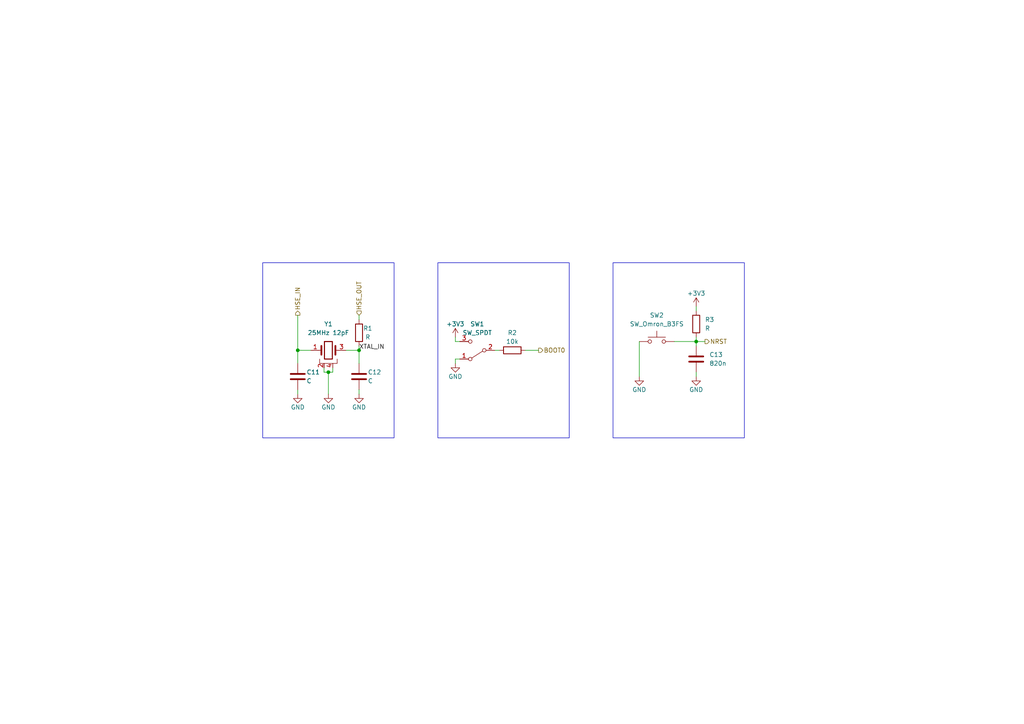
<source format=kicad_sch>
(kicad_sch (version 20230121) (generator eeschema)
  (paper "A4")
  (title_block (title "STM32-DevBoard") (date "2023-08-20") (rev "R0") (company "s-grundner"))
  (lib_symbols
    (symbol "Device:C" (pin_numbers hide) (pin_names (offset 0.254))
      (property "Reference" "C" (at 0.635 2.54 0))
      (property "Value" "C" (at 0.635 -2.54 0))
      (symbol "C_0_1"
        (polyline (pts (xy -2.032 -0.762) (xy 2.032 -0.762)) (stroke (width 0.508)))
        (polyline (pts (xy -2.032 0.762) (xy 2.032 0.762)) (stroke (width 0.508)))
      )
      (symbol "C_1_1"
        (pin passive line (at 0 3.81 270) (length 2.794) (name "~") (number "1"))
        (pin passive line (at 0 -3.81 90) (length 2.794) (name "~") (number "2"))
      )
    )
    (symbol "Device:Crystal_GND24" (pin_names (offset 1.016) hide)
      (property "Reference" "Y" (at 0 6.35 0))
      (property "Value" "Crystal_GND24" (at 0 3.81 0))
      (symbol "Crystal_GND24_0_1"
        (rectangle (start -1.143 2.54) (end 1.143 -2.54) (stroke (width 0.3048)))
        (polyline (pts (xy -2.54 0) (xy -2.032 0)))
        (polyline (pts (xy -2.032 -1.27) (xy -2.032 1.27)) (stroke (width 0.508)))
        (polyline (pts (xy 2.032 -1.27) (xy 2.032 1.27)) (stroke (width 0.508)))
        (polyline (pts (xy 2.032 0) (xy 2.54 0)))
        (polyline (pts (xy -2.54 -2.54) (xy -2.54 -3.81) (xy 2.54 -3.81) (xy 2.54 -2.54)))
      )
      (symbol "Crystal_GND24_1_1"
        (pin passive line (at -5.08 0 0) (length 2.54) (name "1") (number "1"))
        (pin passive line (at -1.27 -5.08 90) (length 1.27) (name "2") (number "2"))
        (pin passive line (at 5.08 0 180) (length 2.54) (name "3") (number "3"))
        (pin passive line (at 1.27 -5.08 90) (length 1.27) (name "4") (number "4"))
      )
    )
    (symbol "Device:R" (pin_numbers hide) (pin_names (offset 0))
      (property "Reference" "R" (at 2.032 0 90))
      (property "Value" "R" (at 0 0 90))
      (symbol "R_0_1"
        (rectangle (start -1.016 -2.54) (end 1.016 2.54) (stroke (width 0.254)))
      )
      (symbol "R_1_1"
        (pin passive line (at 0 3.81 270) (length 1.27) (name "~") (number "1"))
        (pin passive line (at 0 -3.81 90) (length 1.27) (name "~") (number "2"))
      )
    )
    (symbol "Switch:SW_Omron_B3FS" (pin_numbers hide) (pin_names (offset 1.016) hide)
      (property "Reference" "SW" (at 1.27 2.54 0))
      (property "Value" "SW_Omron_B3FS" (at 0 -1.524 0))
      (symbol "SW_Omron_B3FS_0_1"
        (circle (center -2.032 0) (radius 0.508))
        (polyline (pts (xy 0 1.27) (xy 0 3.048)))
        (polyline (pts (xy 2.54 1.27) (xy -2.54 1.27)))
        (circle (center 2.032 0) (radius 0.508))
        (pin passive line (at -5.08 0 0) (length 2.54) (name "1") (number "1"))
        (pin passive line (at 5.08 0 180) (length 2.54) (name "2") (number "2"))
      )
    )
    (symbol "Switch:SW_SPDT" (pin_names (offset 0) hide)
      (property "Reference" "SW" (at 0 4.318 0))
      (property "Value" "SW_SPDT" (at 0 -5.08 0))
      (symbol "SW_SPDT_0_0"
        (circle (center -2.032 0) (radius 0.508))
        (circle (center 2.032 -2.54) (radius 0.508))
      )
      (symbol "SW_SPDT_0_1"
        (polyline (pts (xy -1.524 0.254) (xy 1.651 2.286)))
        (circle (center 2.032 2.54) (radius 0.508))
      )
      (symbol "SW_SPDT_1_1"
        (pin passive line (at 5.08 2.54 180) (length 2.54) (name "A") (number "1"))
        (pin passive line (at -5.08 0 0) (length 2.54) (name "B") (number "2"))
        (pin passive line (at 5.08 -2.54 180) (length 2.54) (name "C") (number "3"))
      )
    )
    (symbol "power:+3V3" (power) (pin_names (offset 0))
      (property "Value" "+3V3" (at 0 3.556 0))
      (symbol "+3V3_0_1"
        (polyline (pts (xy -0.762 1.27) (xy 0 2.54)))
        (polyline (pts (xy 0 0) (xy 0 2.54)))
        (polyline (pts (xy 0 2.54) (xy 0.762 1.27)))
      )
      (symbol "+3V3_1_1"
        (pin power_in line (at 0 0 90) (length 0) hide (name "+3V3") (number "1"))
      )
    )
    (symbol "power:GND" (power) (pin_names (offset 0))
      (property "Value" "GND" (at 0 -3.81 0))
      (symbol "GND_0_1"
        (polyline (pts (xy 0 0) (xy 0 -1.27) (xy 1.27 -1.27) (xy 0 -2.54) (xy -1.27 -1.27) (xy 0 -1.27)))
      )
      (symbol "GND_1_1"
        (pin power_in line (at 0 0 270) (length 0) hide (name "GND") (number "1"))
      )
    )
  )
  (junction (at 201.93 99.06))
  (junction (at 86.36 101.6))
  (junction (at 95.25 107.95))
  (junction (at 104.14 101.6))
  (wire (pts (xy 100.33 101.6) (xy 104.14 101.6)))
  (wire (pts (xy 132.08 104.14) (xy 132.08 105.41)))
  (wire (pts (xy 95.25 107.95) (xy 96.52 107.95)))
  (wire (pts (xy 143.51 101.6) (xy 144.78 101.6)))
  (wire (pts (xy 185.42 99.06) (xy 185.42 109.22)))
  (wire (pts (xy 132.08 99.06) (xy 132.08 97.79)))
  (wire (pts (xy 201.93 97.79) (xy 201.93 99.06)))
  (wire (pts (xy 201.93 99.06) (xy 201.93 100.33)))
  (wire (pts (xy 93.98 107.95) (xy 95.25 107.95)))
  (wire (pts (xy 133.35 104.14) (xy 132.08 104.14)))
  (wire (pts (xy 133.35 99.06) (xy 132.08 99.06)))
  (wire (pts (xy 96.52 107.95) (xy 96.52 106.68)))
  (wire (pts (xy 195.58 99.06) (xy 201.93 99.06)))
  (wire (pts (xy 86.36 114.3) (xy 86.36 113.03)))
  (wire (pts (xy 93.98 106.68) (xy 93.98 107.95)))
  (wire (pts (xy 104.14 114.3) (xy 104.14 113.03)))
  (wire (pts (xy 86.36 91.44) (xy 86.36 101.6)))
  (wire (pts (xy 104.14 101.6) (xy 104.14 105.41)))
  (wire (pts (xy 104.14 91.44) (xy 104.14 92.71)))
  (wire (pts (xy 104.14 100.33) (xy 104.14 101.6)))
  (wire (pts (xy 95.25 107.95) (xy 95.25 114.3)))
  (wire (pts (xy 201.93 88.9) (xy 201.93 90.17)))
  (wire (pts (xy 86.36 101.6) (xy 90.17 101.6)))
  (wire (pts (xy 152.4 101.6) (xy 156.21 101.6)))
  (wire (pts (xy 201.93 99.06) (xy 204.47 99.06)))
  (wire (pts (xy 201.93 107.95) (xy 201.93 109.22)))
  (wire (pts (xy 86.36 101.6) (xy 86.36 105.41)))
  (rectangle (start 177.8 76.2) (end 215.9 127))
  (rectangle (start 76.2 76.2) (end 114.3 127))
  (rectangle (start 127 76.2) (end 165.1 127))
  (label "XTAL_IN" (at 104.14 101.6 0))
  (hierarchical_label "HSE_OUT" (shape input) (at 104.14 91.44 90))
  (hierarchical_label "HSE_IN" (shape output) (at 86.36 91.44 90))
  (hierarchical_label "BOOT0" (shape output) (at 156.21 101.6 0))
  (hierarchical_label "NRST" (shape output) (at 204.47 99.06 0))
  (symbol (lib_id "Device:R") (at 148.59 101.6 90) (unit 1)
    (property "Reference" "R2" (at 148.59 96.52 90))
    (property "Value" "10k" (at 148.59 99.06 90))
    (property "Footprint" "Resistor_SMD:R_0805_2012Metric_Pad1.20x1.40mm_HandSolder" (effects hide))
  )
  (symbol (lib_id "Switch:SW_SPDT") (at 138.43 101.6 180) (unit 1)
    (property "Reference" "SW1" (at 138.43 93.98 0))
    (property "Value" "SW_SPDT" (at 138.43 96.52 0))
    (property "Footprint" "Button_Switch_THT:SW_E-Switch_EG1271_SPDT" (effects hide))
  )
  (symbol (lib_id "power:GND") (at 201.93 109.22 0) (unit 1)
    (property "Reference" "#PWR014" (effects hide))
    (property "Value" "GND" (at 201.93 113.03 0))
  )
  (symbol (lib_id "Device:R") (at 201.93 93.98 0) (unit 1)
    (property "Reference" "R3" (at 204.47 92.71 0) (effects (justify left)))
    (property "Value" "R" (at 204.47 95.25 0) (effects (justify left)))
    (property "Footprint" "Resistor_SMD:R_0805_2012Metric_Pad1.20x1.40mm_HandSolder" (effects hide))
  )
  (symbol (lib_id "power:GND") (at 86.36 114.3 0) (unit 1)
    (property "Reference" "#PWR08" (effects hide))
    (property "Value" "GND" (at 86.36 118.11 0))
  )
  (symbol (lib_id "power:+3V3") (at 132.08 97.79 0) (unit 1)
    (property "Reference" "#PWR011" (effects hide))
    (property "Value" "+3V3" (at 132.08 93.98 0))
  )
  (symbol (lib_id "Device:C") (at 86.36 109.22 0) (unit 1)
    (property "Reference" "C11" (at 88.9 107.95 0) (effects (justify left)))
    (property "Value" "C" (at 88.9 110.49 0) (effects (justify left)))
    (property "Footprint" "Capacitor_SMD:C_0805_2012Metric_Pad1.18x1.45mm_HandSolder" (effects hide))
  )
  (symbol (lib_id "Switch:SW_Omron_B3FS") (at 190.5 99.06 0) (unit 1)
    (property "Reference" "SW2" (at 190.5 91.44 0))
    (property "Value" "SW_Omron_B3FS" (at 190.5 93.98 0))
    (property "Footprint" "Button_Switch_THT:SW_PUSH_6mm" (effects hide))
    (property "Datasheet" "https://omronfs.omron.com/en_US/ecb/products/pdf/en-b3fs.pdf" (effects hide))
  )
  (symbol (lib_id "Device:C") (at 201.93 104.14 0) (unit 1)
    (property "Reference" "C13" (at 205.74 102.87 0) (effects (justify left)))
    (property "Value" "820n" (at 205.74 105.41 0) (effects (justify left)))
    (property "Footprint" "Capacitor_SMD:C_0805_2012Metric_Pad1.18x1.45mm_HandSolder" (effects hide))
  )
  (symbol (lib_id "Device:R") (at 104.14 96.52 180) (unit 1)
    (property "Reference" "R1" (at 106.68 95.25 0))
    (property "Value" "R" (at 106.68 97.79 0))
    (property "Footprint" "Resistor_SMD:R_0805_2012Metric_Pad1.20x1.40mm_HandSolder" (effects hide))
  )
  (symbol (lib_id "power:GND") (at 104.14 114.3 0) (unit 1)
    (property "Reference" "#PWR010" (effects hide))
    (property "Value" "GND" (at 104.14 118.11 0))
  )
  (symbol (lib_id "Device:Crystal_GND24") (at 95.25 101.6 0) (unit 1)
    (property "Reference" "Y1" (at 95.25 93.98 0))
    (property "Value" "25MHz 12pF" (at 95.25 96.52 0))
    (property "Footprint" "Crystal:Crystal_SMD_3225-4Pin_3.2x2.5mm" (effects hide))
    (property "Datasheet" "https://datasheet.lcsc.com/lcsc/2304140030_Yangxing-Tech-X322525MOB4SI_C9006.pdf" (effects hide))
    (property "LCSC" "C9006" (effects hide))
  )
  (symbol (lib_id "power:+3V3") (at 201.93 88.9 0) (unit 1)
    (property "Reference" "#PWR015" (effects hide))
    (property "Value" "+3V3" (at 201.93 85.09 0))
  )
  (symbol (lib_id "power:GND") (at 132.08 105.41 0) (unit 1)
    (property "Reference" "#PWR012" (effects hide))
    (property "Value" "GND" (at 132.08 109.22 0))
  )
  (symbol (lib_id "power:GND") (at 95.25 114.3 0) (unit 1)
    (property "Reference" "#PWR09" (effects hide))
    (property "Value" "GND" (at 95.25 118.11 0))
  )
  (symbol (lib_id "Device:C") (at 104.14 109.22 0) (unit 1)
    (property "Reference" "C12" (at 106.68 107.95 0) (effects (justify left)))
    (property "Value" "C" (at 106.68 110.49 0) (effects (justify left)))
    (property "Footprint" "Capacitor_SMD:C_0805_2012Metric_Pad1.18x1.45mm_HandSolder" (effects hide))
  )
  (symbol (lib_id "power:GND") (at 185.42 109.22 0) (unit 1)
    (property "Reference" "#PWR013" (effects hide))
    (property "Value" "GND" (at 185.42 113.03 0))
  )
)
</source>
